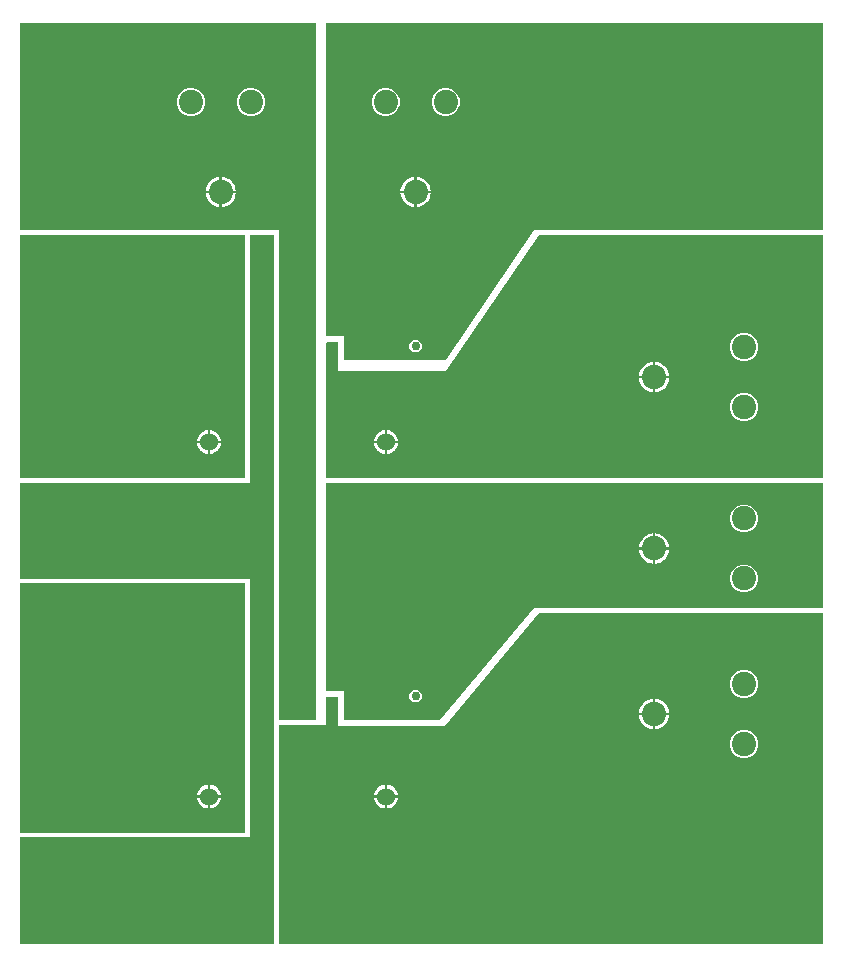
<source format=gbr>
G04 EAGLE Gerber RS-274X export*
G75*
%MOMM*%
%FSLAX34Y34*%
%LPD*%
%INCopper Layer 2*%
%IPPOS*%
%AMOC8*
5,1,8,0,0,1.08239X$1,22.5*%
G01*
%ADD10C,2.057400*%
%ADD11C,1.524000*%
%ADD12C,0.756400*%

G36*
X679348Y10162D02*
X679348Y10162D01*
X679357Y10161D01*
X679445Y10182D01*
X679535Y10200D01*
X679542Y10205D01*
X679550Y10207D01*
X679623Y10261D01*
X679699Y10313D01*
X679703Y10320D01*
X679710Y10325D01*
X679757Y10403D01*
X679806Y10480D01*
X679807Y10489D01*
X679812Y10496D01*
X679839Y10660D01*
X679839Y290000D01*
X679838Y290008D01*
X679839Y290017D01*
X679818Y290105D01*
X679800Y290195D01*
X679795Y290202D01*
X679793Y290210D01*
X679739Y290283D01*
X679687Y290359D01*
X679680Y290363D01*
X679675Y290370D01*
X679597Y290417D01*
X679520Y290466D01*
X679511Y290467D01*
X679504Y290472D01*
X679340Y290499D01*
X440000Y290499D01*
X439965Y290492D01*
X439930Y290494D01*
X439869Y290473D01*
X439805Y290460D01*
X439776Y290440D01*
X439743Y290428D01*
X439678Y290373D01*
X439641Y290347D01*
X439632Y290333D01*
X439616Y290320D01*
X359766Y194499D01*
X269499Y194499D01*
X269499Y219000D01*
X269498Y219008D01*
X269499Y219017D01*
X269478Y219105D01*
X269460Y219195D01*
X269455Y219202D01*
X269453Y219210D01*
X269399Y219283D01*
X269347Y219359D01*
X269340Y219363D01*
X269335Y219370D01*
X269257Y219417D01*
X269180Y219466D01*
X269171Y219467D01*
X269164Y219472D01*
X269000Y219499D01*
X260000Y219499D01*
X259992Y219498D01*
X259983Y219499D01*
X259895Y219478D01*
X259805Y219460D01*
X259798Y219455D01*
X259790Y219453D01*
X259717Y219399D01*
X259641Y219347D01*
X259637Y219340D01*
X259630Y219335D01*
X259583Y219257D01*
X259534Y219180D01*
X259533Y219171D01*
X259528Y219164D01*
X259501Y219000D01*
X259501Y195499D01*
X220000Y195499D01*
X219992Y195498D01*
X219983Y195499D01*
X219895Y195478D01*
X219805Y195460D01*
X219798Y195455D01*
X219790Y195453D01*
X219717Y195399D01*
X219641Y195347D01*
X219637Y195340D01*
X219630Y195335D01*
X219583Y195257D01*
X219534Y195180D01*
X219533Y195171D01*
X219528Y195164D01*
X219501Y195000D01*
X219501Y10660D01*
X219502Y10652D01*
X219501Y10643D01*
X219522Y10555D01*
X219540Y10465D01*
X219545Y10458D01*
X219547Y10450D01*
X219601Y10377D01*
X219653Y10301D01*
X219660Y10297D01*
X219665Y10290D01*
X219743Y10243D01*
X219820Y10194D01*
X219829Y10193D01*
X219836Y10188D01*
X220000Y10161D01*
X679340Y10161D01*
X679348Y10162D01*
G37*
G36*
X360058Y504513D02*
X360058Y504513D01*
X360117Y504515D01*
X360154Y504532D01*
X360195Y504540D01*
X360244Y504574D01*
X360297Y504599D01*
X360330Y504633D01*
X360359Y504653D01*
X360378Y504683D01*
X360413Y504719D01*
X435264Y614501D01*
X679340Y614501D01*
X679348Y614502D01*
X679357Y614501D01*
X679445Y614522D01*
X679535Y614540D01*
X679542Y614545D01*
X679550Y614547D01*
X679623Y614601D01*
X679699Y614653D01*
X679703Y614660D01*
X679710Y614665D01*
X679757Y614743D01*
X679806Y614820D01*
X679807Y614829D01*
X679812Y614836D01*
X679839Y615000D01*
X679839Y789340D01*
X679838Y789348D01*
X679839Y789357D01*
X679818Y789445D01*
X679800Y789535D01*
X679795Y789542D01*
X679793Y789550D01*
X679739Y789623D01*
X679687Y789699D01*
X679680Y789703D01*
X679675Y789710D01*
X679597Y789757D01*
X679520Y789806D01*
X679511Y789807D01*
X679504Y789812D01*
X679340Y789839D01*
X260000Y789839D01*
X259992Y789838D01*
X259983Y789839D01*
X259895Y789818D01*
X259805Y789800D01*
X259798Y789795D01*
X259790Y789793D01*
X259717Y789739D01*
X259641Y789687D01*
X259637Y789680D01*
X259630Y789675D01*
X259583Y789597D01*
X259534Y789520D01*
X259533Y789511D01*
X259528Y789504D01*
X259501Y789340D01*
X259501Y525000D01*
X259502Y524992D01*
X259501Y524983D01*
X259522Y524895D01*
X259540Y524805D01*
X259545Y524798D01*
X259547Y524790D01*
X259601Y524717D01*
X259653Y524641D01*
X259660Y524637D01*
X259665Y524630D01*
X259743Y524583D01*
X259820Y524534D01*
X259829Y524533D01*
X259836Y524528D01*
X260000Y524501D01*
X274501Y524501D01*
X274501Y505000D01*
X274502Y504992D01*
X274501Y504983D01*
X274522Y504895D01*
X274540Y504805D01*
X274545Y504798D01*
X274547Y504790D01*
X274601Y504717D01*
X274653Y504641D01*
X274660Y504637D01*
X274665Y504630D01*
X274743Y504583D01*
X274820Y504534D01*
X274829Y504533D01*
X274836Y504528D01*
X275000Y504501D01*
X360000Y504501D01*
X360058Y504513D01*
G37*
G36*
X679348Y404502D02*
X679348Y404502D01*
X679357Y404501D01*
X679445Y404522D01*
X679535Y404540D01*
X679542Y404545D01*
X679550Y404547D01*
X679623Y404601D01*
X679699Y404653D01*
X679703Y404660D01*
X679710Y404665D01*
X679757Y404743D01*
X679806Y404820D01*
X679807Y404829D01*
X679812Y404836D01*
X679839Y405000D01*
X679839Y610002D01*
X679838Y610011D01*
X679839Y610019D01*
X679818Y610107D01*
X679800Y610197D01*
X679795Y610204D01*
X679793Y610212D01*
X679739Y610286D01*
X679687Y610361D01*
X679680Y610366D01*
X679675Y610372D01*
X679596Y610419D01*
X679520Y610468D01*
X679511Y610470D01*
X679504Y610474D01*
X679340Y610502D01*
X439946Y610554D01*
X439942Y610553D01*
X439937Y610554D01*
X439844Y610533D01*
X439751Y610514D01*
X439747Y610512D01*
X439743Y610511D01*
X439665Y610455D01*
X439587Y610402D01*
X439585Y610398D01*
X439581Y610396D01*
X439532Y610315D01*
X439480Y610234D01*
X439479Y610230D01*
X439477Y610226D01*
X439463Y610132D01*
X439455Y610087D01*
X361161Y495249D01*
X269499Y495249D01*
X269499Y519000D01*
X269498Y519008D01*
X269499Y519017D01*
X269478Y519105D01*
X269460Y519195D01*
X269455Y519202D01*
X269453Y519210D01*
X269399Y519283D01*
X269347Y519359D01*
X269340Y519363D01*
X269335Y519370D01*
X269257Y519417D01*
X269180Y519466D01*
X269171Y519467D01*
X269164Y519472D01*
X269000Y519499D01*
X260000Y519499D01*
X259992Y519498D01*
X259983Y519499D01*
X259895Y519478D01*
X259805Y519460D01*
X259798Y519455D01*
X259790Y519453D01*
X259717Y519399D01*
X259641Y519347D01*
X259637Y519340D01*
X259630Y519335D01*
X259583Y519257D01*
X259534Y519180D01*
X259533Y519171D01*
X259528Y519164D01*
X259501Y519000D01*
X259501Y405000D01*
X259502Y404992D01*
X259501Y404983D01*
X259522Y404895D01*
X259540Y404805D01*
X259545Y404798D01*
X259547Y404790D01*
X259601Y404717D01*
X259653Y404641D01*
X259660Y404637D01*
X259665Y404630D01*
X259743Y404583D01*
X259820Y404534D01*
X259829Y404533D01*
X259836Y404528D01*
X260000Y404501D01*
X679340Y404501D01*
X679348Y404502D01*
G37*
G36*
X355033Y199508D02*
X355033Y199508D01*
X355067Y199505D01*
X355130Y199527D01*
X355195Y199540D01*
X355223Y199560D01*
X355255Y199571D01*
X355322Y199628D01*
X355359Y199653D01*
X355367Y199666D01*
X355382Y199678D01*
X435232Y294501D01*
X679340Y294501D01*
X679348Y294502D01*
X679357Y294501D01*
X679445Y294522D01*
X679535Y294540D01*
X679542Y294545D01*
X679550Y294547D01*
X679623Y294601D01*
X679699Y294653D01*
X679703Y294660D01*
X679710Y294665D01*
X679757Y294743D01*
X679806Y294820D01*
X679807Y294829D01*
X679812Y294836D01*
X679839Y295000D01*
X679839Y400000D01*
X679838Y400008D01*
X679839Y400017D01*
X679818Y400105D01*
X679800Y400195D01*
X679795Y400202D01*
X679793Y400210D01*
X679739Y400283D01*
X679687Y400359D01*
X679680Y400363D01*
X679675Y400370D01*
X679597Y400417D01*
X679520Y400466D01*
X679511Y400467D01*
X679504Y400472D01*
X679340Y400499D01*
X260000Y400499D01*
X259992Y400498D01*
X259983Y400499D01*
X259895Y400478D01*
X259805Y400460D01*
X259798Y400455D01*
X259790Y400453D01*
X259717Y400399D01*
X259641Y400347D01*
X259637Y400340D01*
X259630Y400335D01*
X259583Y400257D01*
X259534Y400180D01*
X259533Y400171D01*
X259528Y400164D01*
X259501Y400000D01*
X259501Y225000D01*
X259502Y224992D01*
X259501Y224983D01*
X259522Y224895D01*
X259540Y224805D01*
X259545Y224798D01*
X259547Y224790D01*
X259601Y224717D01*
X259653Y224641D01*
X259660Y224637D01*
X259665Y224630D01*
X259743Y224583D01*
X259820Y224534D01*
X259829Y224533D01*
X259836Y224528D01*
X260000Y224501D01*
X274501Y224501D01*
X274501Y200000D01*
X274502Y199992D01*
X274501Y199983D01*
X274522Y199895D01*
X274540Y199805D01*
X274545Y199798D01*
X274547Y199790D01*
X274601Y199717D01*
X274653Y199641D01*
X274660Y199637D01*
X274665Y199630D01*
X274743Y199583D01*
X274820Y199534D01*
X274829Y199533D01*
X274836Y199528D01*
X275000Y199501D01*
X355000Y199501D01*
X355033Y199508D01*
G37*
G36*
X250008Y199502D02*
X250008Y199502D01*
X250017Y199501D01*
X250105Y199522D01*
X250195Y199540D01*
X250202Y199545D01*
X250210Y199547D01*
X250283Y199601D01*
X250359Y199653D01*
X250363Y199660D01*
X250370Y199665D01*
X250417Y199743D01*
X250466Y199820D01*
X250467Y199829D01*
X250472Y199836D01*
X250499Y200000D01*
X250499Y789340D01*
X250498Y789348D01*
X250499Y789357D01*
X250478Y789445D01*
X250460Y789535D01*
X250455Y789542D01*
X250453Y789550D01*
X250399Y789623D01*
X250347Y789699D01*
X250340Y789703D01*
X250335Y789710D01*
X250257Y789757D01*
X250180Y789806D01*
X250171Y789807D01*
X250164Y789812D01*
X250000Y789839D01*
X660Y789839D01*
X652Y789838D01*
X643Y789839D01*
X555Y789818D01*
X465Y789800D01*
X458Y789795D01*
X450Y789793D01*
X377Y789739D01*
X301Y789687D01*
X297Y789680D01*
X290Y789675D01*
X243Y789597D01*
X194Y789520D01*
X193Y789511D01*
X188Y789504D01*
X161Y789340D01*
X161Y615000D01*
X162Y614992D01*
X161Y614983D01*
X182Y614895D01*
X200Y614805D01*
X205Y614798D01*
X207Y614790D01*
X261Y614717D01*
X313Y614641D01*
X320Y614637D01*
X325Y614630D01*
X403Y614583D01*
X480Y614534D01*
X489Y614533D01*
X496Y614528D01*
X660Y614501D01*
X219501Y614501D01*
X219501Y200000D01*
X219502Y199992D01*
X219501Y199983D01*
X219522Y199895D01*
X219540Y199805D01*
X219545Y199798D01*
X219547Y199790D01*
X219601Y199717D01*
X219653Y199641D01*
X219660Y199637D01*
X219665Y199630D01*
X219743Y199583D01*
X219820Y199534D01*
X219829Y199533D01*
X219836Y199528D01*
X220000Y199501D01*
X250000Y199501D01*
X250008Y199502D01*
G37*
G36*
X215008Y10162D02*
X215008Y10162D01*
X215017Y10161D01*
X215105Y10182D01*
X215195Y10200D01*
X215202Y10205D01*
X215210Y10207D01*
X215283Y10261D01*
X215359Y10313D01*
X215363Y10320D01*
X215370Y10325D01*
X215417Y10403D01*
X215466Y10480D01*
X215467Y10489D01*
X215472Y10496D01*
X215499Y10660D01*
X215499Y610000D01*
X215498Y610008D01*
X215499Y610017D01*
X215478Y610105D01*
X215460Y610195D01*
X215455Y610202D01*
X215453Y610210D01*
X215399Y610283D01*
X215347Y610359D01*
X215340Y610363D01*
X215335Y610370D01*
X215257Y610417D01*
X215180Y610466D01*
X215171Y610467D01*
X215164Y610472D01*
X215000Y610499D01*
X195000Y610499D01*
X194992Y610498D01*
X194983Y610499D01*
X194895Y610478D01*
X194805Y610460D01*
X194798Y610455D01*
X194790Y610453D01*
X194717Y610399D01*
X194641Y610347D01*
X194637Y610340D01*
X194630Y610335D01*
X194583Y610257D01*
X194534Y610180D01*
X194533Y610171D01*
X194528Y610164D01*
X194501Y610000D01*
X194501Y400499D01*
X660Y400499D01*
X652Y400498D01*
X643Y400499D01*
X555Y400478D01*
X465Y400460D01*
X458Y400455D01*
X450Y400453D01*
X377Y400399D01*
X301Y400347D01*
X297Y400340D01*
X290Y400335D01*
X243Y400257D01*
X194Y400180D01*
X193Y400171D01*
X188Y400164D01*
X161Y400000D01*
X161Y320000D01*
X162Y319992D01*
X161Y319983D01*
X182Y319895D01*
X200Y319805D01*
X205Y319798D01*
X207Y319790D01*
X261Y319717D01*
X313Y319641D01*
X320Y319637D01*
X325Y319630D01*
X403Y319583D01*
X480Y319534D01*
X489Y319533D01*
X496Y319528D01*
X660Y319501D01*
X194501Y319501D01*
X194501Y100499D01*
X660Y100499D01*
X652Y100498D01*
X643Y100499D01*
X555Y100478D01*
X465Y100460D01*
X458Y100455D01*
X450Y100453D01*
X377Y100399D01*
X301Y100347D01*
X297Y100340D01*
X290Y100335D01*
X243Y100257D01*
X194Y100180D01*
X193Y100171D01*
X188Y100164D01*
X161Y100000D01*
X161Y10660D01*
X162Y10652D01*
X161Y10643D01*
X182Y10555D01*
X200Y10465D01*
X205Y10458D01*
X207Y10450D01*
X261Y10377D01*
X313Y10301D01*
X320Y10297D01*
X325Y10290D01*
X403Y10243D01*
X480Y10194D01*
X489Y10193D01*
X496Y10188D01*
X660Y10161D01*
X215000Y10161D01*
X215008Y10162D01*
G37*
G36*
X190000Y104501D02*
X190000Y104501D01*
X190008Y104502D01*
X190017Y104501D01*
X190105Y104522D01*
X190195Y104540D01*
X190202Y104545D01*
X190210Y104547D01*
X190283Y104601D01*
X190359Y104653D01*
X190363Y104660D01*
X190370Y104665D01*
X190417Y104743D01*
X190466Y104820D01*
X190467Y104829D01*
X190472Y104836D01*
X190499Y105000D01*
X190499Y315000D01*
X190498Y315008D01*
X190499Y315017D01*
X190478Y315105D01*
X190460Y315195D01*
X190455Y315202D01*
X190453Y315210D01*
X190399Y315283D01*
X190347Y315359D01*
X190340Y315363D01*
X190335Y315370D01*
X190257Y315417D01*
X190180Y315466D01*
X190171Y315467D01*
X190164Y315472D01*
X190000Y315499D01*
X660Y315499D01*
X652Y315498D01*
X643Y315499D01*
X555Y315478D01*
X465Y315460D01*
X458Y315455D01*
X450Y315453D01*
X377Y315399D01*
X301Y315347D01*
X297Y315340D01*
X290Y315335D01*
X243Y315257D01*
X194Y315180D01*
X193Y315171D01*
X188Y315164D01*
X161Y315000D01*
X161Y105000D01*
X162Y104992D01*
X161Y104983D01*
X182Y104895D01*
X200Y104805D01*
X205Y104798D01*
X207Y104790D01*
X261Y104717D01*
X313Y104641D01*
X320Y104637D01*
X325Y104630D01*
X403Y104583D01*
X480Y104534D01*
X489Y104533D01*
X496Y104528D01*
X660Y104501D01*
X190000Y104501D01*
G37*
G36*
X190008Y404502D02*
X190008Y404502D01*
X190017Y404501D01*
X190105Y404522D01*
X190195Y404540D01*
X190202Y404545D01*
X190210Y404547D01*
X190283Y404601D01*
X190359Y404653D01*
X190363Y404660D01*
X190370Y404665D01*
X190417Y404743D01*
X190466Y404820D01*
X190467Y404829D01*
X190472Y404836D01*
X190499Y405000D01*
X190499Y610000D01*
X190498Y610008D01*
X190499Y610017D01*
X190478Y610105D01*
X190460Y610195D01*
X190455Y610202D01*
X190453Y610210D01*
X190399Y610283D01*
X190347Y610359D01*
X190340Y610363D01*
X190335Y610370D01*
X190257Y610417D01*
X190180Y610466D01*
X190171Y610467D01*
X190164Y610472D01*
X190000Y610499D01*
X660Y610499D01*
X652Y610498D01*
X643Y610499D01*
X555Y610478D01*
X465Y610460D01*
X458Y610455D01*
X450Y610453D01*
X377Y610399D01*
X301Y610347D01*
X297Y610340D01*
X290Y610335D01*
X243Y610257D01*
X194Y610180D01*
X193Y610171D01*
X188Y610164D01*
X161Y610000D01*
X161Y405000D01*
X162Y404992D01*
X161Y404983D01*
X182Y404895D01*
X200Y404805D01*
X205Y404798D01*
X207Y404790D01*
X261Y404717D01*
X313Y404641D01*
X320Y404637D01*
X325Y404630D01*
X403Y404583D01*
X480Y404534D01*
X489Y404533D01*
X496Y404528D01*
X660Y404501D01*
X190000Y404501D01*
X190008Y404502D01*
G37*
%LPC*%
G36*
X610850Y452788D02*
X610850Y452788D01*
X606509Y454586D01*
X603186Y457909D01*
X601388Y462250D01*
X601388Y466950D01*
X603186Y471291D01*
X606509Y474614D01*
X610850Y476412D01*
X615550Y476412D01*
X619891Y474614D01*
X623214Y471291D01*
X625012Y466950D01*
X625012Y462250D01*
X623214Y457909D01*
X619891Y454586D01*
X615550Y452788D01*
X610850Y452788D01*
G37*
%LPD*%
%LPC*%
G36*
X610850Y358588D02*
X610850Y358588D01*
X606509Y360386D01*
X603186Y363709D01*
X601388Y368050D01*
X601388Y372750D01*
X603186Y377091D01*
X606509Y380414D01*
X610850Y382212D01*
X615550Y382212D01*
X619891Y380414D01*
X623214Y377091D01*
X625012Y372750D01*
X625012Y368050D01*
X623214Y363709D01*
X619891Y360386D01*
X615550Y358588D01*
X610850Y358588D01*
G37*
%LPD*%
%LPC*%
G36*
X610850Y167788D02*
X610850Y167788D01*
X606509Y169586D01*
X603186Y172909D01*
X601388Y177250D01*
X601388Y181950D01*
X603186Y186291D01*
X606509Y189614D01*
X610850Y191412D01*
X615550Y191412D01*
X619891Y189614D01*
X623214Y186291D01*
X625012Y181950D01*
X625012Y177250D01*
X623214Y172909D01*
X619891Y169586D01*
X615550Y167788D01*
X610850Y167788D01*
G37*
%LPD*%
%LPC*%
G36*
X610850Y218588D02*
X610850Y218588D01*
X606509Y220386D01*
X603186Y223709D01*
X601388Y228050D01*
X601388Y232750D01*
X603186Y237091D01*
X606509Y240414D01*
X610850Y242212D01*
X615550Y242212D01*
X619891Y240414D01*
X623214Y237091D01*
X625012Y232750D01*
X625012Y228050D01*
X623214Y223709D01*
X619891Y220386D01*
X615550Y218588D01*
X610850Y218588D01*
G37*
%LPD*%
%LPC*%
G36*
X358050Y711388D02*
X358050Y711388D01*
X353709Y713186D01*
X350386Y716509D01*
X348588Y720850D01*
X348588Y725550D01*
X350386Y729891D01*
X353709Y733214D01*
X358050Y735012D01*
X362750Y735012D01*
X367091Y733214D01*
X370414Y729891D01*
X372212Y725550D01*
X372212Y720850D01*
X370414Y716509D01*
X367091Y713186D01*
X362750Y711388D01*
X358050Y711388D01*
G37*
%LPD*%
%LPC*%
G36*
X307250Y711388D02*
X307250Y711388D01*
X302909Y713186D01*
X299586Y716509D01*
X297788Y720850D01*
X297788Y725550D01*
X299586Y729891D01*
X302909Y733214D01*
X307250Y735012D01*
X311950Y735012D01*
X316291Y733214D01*
X319614Y729891D01*
X321412Y725550D01*
X321412Y720850D01*
X319614Y716509D01*
X316291Y713186D01*
X311950Y711388D01*
X307250Y711388D01*
G37*
%LPD*%
%LPC*%
G36*
X610850Y307788D02*
X610850Y307788D01*
X606509Y309586D01*
X603186Y312909D01*
X601388Y317250D01*
X601388Y321950D01*
X603186Y326291D01*
X606509Y329614D01*
X610850Y331412D01*
X615550Y331412D01*
X619891Y329614D01*
X623214Y326291D01*
X625012Y321950D01*
X625012Y317250D01*
X623214Y312909D01*
X619891Y309586D01*
X615550Y307788D01*
X610850Y307788D01*
G37*
%LPD*%
%LPC*%
G36*
X142250Y711388D02*
X142250Y711388D01*
X137909Y713186D01*
X134586Y716509D01*
X132788Y720850D01*
X132788Y725550D01*
X134586Y729891D01*
X137909Y733214D01*
X142250Y735012D01*
X146950Y735012D01*
X151291Y733214D01*
X154614Y729891D01*
X156412Y725550D01*
X156412Y720850D01*
X154614Y716509D01*
X151291Y713186D01*
X146950Y711388D01*
X142250Y711388D01*
G37*
%LPD*%
%LPC*%
G36*
X610850Y503588D02*
X610850Y503588D01*
X606509Y505386D01*
X603186Y508709D01*
X601388Y513050D01*
X601388Y517750D01*
X603186Y522091D01*
X606509Y525414D01*
X610850Y527212D01*
X615550Y527212D01*
X619891Y525414D01*
X623214Y522091D01*
X625012Y517750D01*
X625012Y513050D01*
X623214Y508709D01*
X619891Y505386D01*
X615550Y503588D01*
X610850Y503588D01*
G37*
%LPD*%
%LPC*%
G36*
X193050Y711388D02*
X193050Y711388D01*
X188709Y713186D01*
X185386Y716509D01*
X183588Y720850D01*
X183588Y725550D01*
X185386Y729891D01*
X188709Y733214D01*
X193050Y735012D01*
X197750Y735012D01*
X202091Y733214D01*
X205414Y729891D01*
X207212Y725550D01*
X207212Y720850D01*
X205414Y716509D01*
X202091Y713186D01*
X197750Y711388D01*
X193050Y711388D01*
G37*
%LPD*%
%LPC*%
G36*
X335999Y647999D02*
X335999Y647999D01*
X335999Y659828D01*
X336010Y659828D01*
X338004Y659512D01*
X339924Y658888D01*
X341723Y657971D01*
X343357Y656785D01*
X344785Y655357D01*
X345971Y653723D01*
X346888Y651924D01*
X347512Y650004D01*
X347828Y648010D01*
X347828Y647999D01*
X335999Y647999D01*
G37*
%LPD*%
%LPC*%
G36*
X170999Y647999D02*
X170999Y647999D01*
X170999Y659828D01*
X171010Y659828D01*
X173004Y659512D01*
X174924Y658888D01*
X176723Y657971D01*
X178357Y656785D01*
X179785Y655357D01*
X180971Y653723D01*
X181888Y651924D01*
X182512Y650004D01*
X182828Y648010D01*
X182828Y647999D01*
X170999Y647999D01*
G37*
%LPD*%
%LPC*%
G36*
X537999Y345999D02*
X537999Y345999D01*
X537999Y357828D01*
X538010Y357828D01*
X540004Y357512D01*
X541924Y356888D01*
X543723Y355971D01*
X545357Y354785D01*
X546785Y353357D01*
X547971Y351723D01*
X548888Y349924D01*
X549512Y348004D01*
X549828Y346010D01*
X549828Y345999D01*
X537999Y345999D01*
G37*
%LPD*%
%LPC*%
G36*
X537999Y205999D02*
X537999Y205999D01*
X537999Y217828D01*
X538010Y217828D01*
X540004Y217512D01*
X541924Y216888D01*
X543723Y215971D01*
X545357Y214785D01*
X546785Y213357D01*
X547971Y211723D01*
X548888Y209924D01*
X549512Y208004D01*
X549828Y206010D01*
X549828Y205999D01*
X537999Y205999D01*
G37*
%LPD*%
%LPC*%
G36*
X537999Y490999D02*
X537999Y490999D01*
X537999Y502828D01*
X538010Y502828D01*
X540004Y502512D01*
X541924Y501888D01*
X543723Y500971D01*
X545357Y499785D01*
X546785Y498357D01*
X547971Y496723D01*
X548888Y494924D01*
X549512Y493004D01*
X549828Y491010D01*
X549828Y490999D01*
X537999Y490999D01*
G37*
%LPD*%
%LPC*%
G36*
X537999Y192172D02*
X537999Y192172D01*
X537999Y204001D01*
X549828Y204001D01*
X549828Y203990D01*
X549512Y201996D01*
X548888Y200076D01*
X547971Y198277D01*
X546785Y196643D01*
X545357Y195215D01*
X543723Y194029D01*
X541924Y193112D01*
X540004Y192488D01*
X538010Y192172D01*
X537999Y192172D01*
G37*
%LPD*%
%LPC*%
G36*
X537999Y477172D02*
X537999Y477172D01*
X537999Y489001D01*
X549828Y489001D01*
X549828Y488990D01*
X549512Y486996D01*
X548888Y485076D01*
X547971Y483277D01*
X546785Y481643D01*
X545357Y480215D01*
X543723Y479029D01*
X541924Y478112D01*
X540004Y477488D01*
X538010Y477172D01*
X537999Y477172D01*
G37*
%LPD*%
%LPC*%
G36*
X524172Y205999D02*
X524172Y205999D01*
X524172Y206010D01*
X524488Y208004D01*
X525112Y209924D01*
X526029Y211723D01*
X527215Y213357D01*
X528643Y214785D01*
X530277Y215971D01*
X532076Y216888D01*
X533996Y217512D01*
X535990Y217828D01*
X536001Y217828D01*
X536001Y205999D01*
X524172Y205999D01*
G37*
%LPD*%
%LPC*%
G36*
X157172Y647999D02*
X157172Y647999D01*
X157172Y648010D01*
X157488Y650004D01*
X158112Y651924D01*
X159029Y653723D01*
X160215Y655357D01*
X161643Y656785D01*
X163277Y657971D01*
X165076Y658888D01*
X166996Y659512D01*
X168990Y659828D01*
X169001Y659828D01*
X169001Y647999D01*
X157172Y647999D01*
G37*
%LPD*%
%LPC*%
G36*
X335999Y634172D02*
X335999Y634172D01*
X335999Y646001D01*
X347828Y646001D01*
X347828Y645990D01*
X347512Y643996D01*
X346888Y642076D01*
X345971Y640277D01*
X344785Y638643D01*
X343357Y637215D01*
X341723Y636029D01*
X339924Y635112D01*
X338004Y634488D01*
X336010Y634172D01*
X335999Y634172D01*
G37*
%LPD*%
%LPC*%
G36*
X537999Y332172D02*
X537999Y332172D01*
X537999Y344001D01*
X549828Y344001D01*
X549828Y343990D01*
X549512Y341996D01*
X548888Y340076D01*
X547971Y338277D01*
X546785Y336643D01*
X545357Y335215D01*
X543723Y334029D01*
X541924Y333112D01*
X540004Y332488D01*
X538010Y332172D01*
X537999Y332172D01*
G37*
%LPD*%
%LPC*%
G36*
X524172Y345999D02*
X524172Y345999D01*
X524172Y346010D01*
X524488Y348004D01*
X525112Y349924D01*
X526029Y351723D01*
X527215Y353357D01*
X528643Y354785D01*
X530277Y355971D01*
X532076Y356888D01*
X533996Y357512D01*
X535990Y357828D01*
X536001Y357828D01*
X536001Y345999D01*
X524172Y345999D01*
G37*
%LPD*%
%LPC*%
G36*
X170999Y634172D02*
X170999Y634172D01*
X170999Y646001D01*
X182828Y646001D01*
X182828Y645990D01*
X182512Y643996D01*
X181888Y642076D01*
X180971Y640277D01*
X179785Y638643D01*
X178357Y637215D01*
X176723Y636029D01*
X174924Y635112D01*
X173004Y634488D01*
X171010Y634172D01*
X170999Y634172D01*
G37*
%LPD*%
%LPC*%
G36*
X322172Y647999D02*
X322172Y647999D01*
X322172Y648010D01*
X322488Y650004D01*
X323112Y651924D01*
X324029Y653723D01*
X325215Y655357D01*
X326643Y656785D01*
X328277Y657971D01*
X330076Y658888D01*
X331996Y659512D01*
X333990Y659828D01*
X334001Y659828D01*
X334001Y647999D01*
X322172Y647999D01*
G37*
%LPD*%
%LPC*%
G36*
X524172Y490999D02*
X524172Y490999D01*
X524172Y491010D01*
X524488Y493004D01*
X525112Y494924D01*
X526029Y496723D01*
X527215Y498357D01*
X528643Y499785D01*
X530277Y500971D01*
X532076Y501888D01*
X533996Y502512D01*
X535990Y502828D01*
X536001Y502828D01*
X536001Y490999D01*
X524172Y490999D01*
G37*
%LPD*%
%LPC*%
G36*
X535990Y332172D02*
X535990Y332172D01*
X533996Y332488D01*
X532076Y333112D01*
X530277Y334029D01*
X528643Y335215D01*
X527215Y336643D01*
X526029Y338277D01*
X525112Y340076D01*
X524488Y341996D01*
X524172Y343990D01*
X524172Y344001D01*
X536001Y344001D01*
X536001Y332172D01*
X535990Y332172D01*
G37*
%LPD*%
%LPC*%
G36*
X535990Y477172D02*
X535990Y477172D01*
X533996Y477488D01*
X532076Y478112D01*
X530277Y479029D01*
X528643Y480215D01*
X527215Y481643D01*
X526029Y483277D01*
X525112Y485076D01*
X524488Y486996D01*
X524172Y488990D01*
X524172Y489001D01*
X536001Y489001D01*
X536001Y477172D01*
X535990Y477172D01*
G37*
%LPD*%
%LPC*%
G36*
X168990Y634172D02*
X168990Y634172D01*
X166996Y634488D01*
X165076Y635112D01*
X163277Y636029D01*
X161643Y637215D01*
X160215Y638643D01*
X159029Y640277D01*
X158112Y642076D01*
X157488Y643996D01*
X157172Y645990D01*
X157172Y646001D01*
X169001Y646001D01*
X169001Y634172D01*
X168990Y634172D01*
G37*
%LPD*%
%LPC*%
G36*
X333990Y634172D02*
X333990Y634172D01*
X331996Y634488D01*
X330076Y635112D01*
X328277Y636029D01*
X326643Y637215D01*
X325215Y638643D01*
X324029Y640277D01*
X323112Y642076D01*
X322488Y643996D01*
X322172Y645990D01*
X322172Y646001D01*
X334001Y646001D01*
X334001Y634172D01*
X333990Y634172D01*
G37*
%LPD*%
%LPC*%
G36*
X535990Y192172D02*
X535990Y192172D01*
X533996Y192488D01*
X532076Y193112D01*
X530277Y194029D01*
X528643Y195215D01*
X527215Y196643D01*
X526029Y198277D01*
X525112Y200076D01*
X524488Y201996D01*
X524172Y203990D01*
X524172Y204001D01*
X536001Y204001D01*
X536001Y192172D01*
X535990Y192172D01*
G37*
%LPD*%
%LPC*%
G36*
X332802Y510993D02*
X332802Y510993D01*
X329693Y514102D01*
X329693Y518498D01*
X332802Y521607D01*
X337198Y521607D01*
X340307Y518498D01*
X340307Y514102D01*
X337198Y510993D01*
X332802Y510993D01*
G37*
%LPD*%
%LPC*%
G36*
X332802Y214693D02*
X332802Y214693D01*
X329693Y217802D01*
X329693Y222198D01*
X332802Y225307D01*
X337198Y225307D01*
X340307Y222198D01*
X340307Y217802D01*
X337198Y214693D01*
X332802Y214693D01*
G37*
%LPD*%
%LPC*%
G36*
X310999Y435999D02*
X310999Y435999D01*
X310999Y445129D01*
X312379Y444911D01*
X313900Y444416D01*
X315325Y443690D01*
X316619Y442750D01*
X317750Y441619D01*
X318690Y440325D01*
X319416Y438900D01*
X319911Y437379D01*
X320129Y435999D01*
X310999Y435999D01*
G37*
%LPD*%
%LPC*%
G36*
X310999Y135999D02*
X310999Y135999D01*
X310999Y145129D01*
X312379Y144911D01*
X313900Y144416D01*
X315325Y143690D01*
X316619Y142750D01*
X317750Y141619D01*
X318690Y140325D01*
X319416Y138900D01*
X319911Y137379D01*
X320129Y135999D01*
X310999Y135999D01*
G37*
%LPD*%
%LPC*%
G36*
X160999Y135999D02*
X160999Y135999D01*
X160999Y145129D01*
X162379Y144911D01*
X163900Y144416D01*
X165325Y143690D01*
X166619Y142750D01*
X167750Y141619D01*
X168690Y140325D01*
X169416Y138900D01*
X169911Y137379D01*
X170129Y135999D01*
X160999Y135999D01*
G37*
%LPD*%
%LPC*%
G36*
X160999Y435999D02*
X160999Y435999D01*
X160999Y445129D01*
X162379Y444911D01*
X163900Y444416D01*
X165325Y443690D01*
X166619Y442750D01*
X167750Y441619D01*
X168690Y440325D01*
X169416Y438900D01*
X169911Y437379D01*
X170129Y435999D01*
X160999Y435999D01*
G37*
%LPD*%
%LPC*%
G36*
X149871Y435999D02*
X149871Y435999D01*
X150089Y437379D01*
X150584Y438900D01*
X151310Y440325D01*
X152250Y441619D01*
X153381Y442750D01*
X154675Y443690D01*
X156100Y444416D01*
X157621Y444911D01*
X159001Y445129D01*
X159001Y435999D01*
X149871Y435999D01*
G37*
%LPD*%
%LPC*%
G36*
X160999Y434001D02*
X160999Y434001D01*
X170129Y434001D01*
X169911Y432621D01*
X169416Y431100D01*
X168690Y429675D01*
X167750Y428381D01*
X166619Y427250D01*
X165325Y426310D01*
X163900Y425584D01*
X162379Y425089D01*
X160999Y424871D01*
X160999Y434001D01*
G37*
%LPD*%
%LPC*%
G36*
X299871Y135999D02*
X299871Y135999D01*
X300089Y137379D01*
X300584Y138900D01*
X301310Y140325D01*
X302250Y141619D01*
X303381Y142750D01*
X304675Y143690D01*
X306100Y144416D01*
X307621Y144911D01*
X309001Y145129D01*
X309001Y135999D01*
X299871Y135999D01*
G37*
%LPD*%
%LPC*%
G36*
X160999Y134001D02*
X160999Y134001D01*
X170129Y134001D01*
X169911Y132621D01*
X169416Y131100D01*
X168690Y129675D01*
X167750Y128381D01*
X166619Y127250D01*
X165325Y126310D01*
X163900Y125584D01*
X162379Y125089D01*
X160999Y124871D01*
X160999Y134001D01*
G37*
%LPD*%
%LPC*%
G36*
X149871Y135999D02*
X149871Y135999D01*
X150089Y137379D01*
X150584Y138900D01*
X151310Y140325D01*
X152250Y141619D01*
X153381Y142750D01*
X154675Y143690D01*
X156100Y144416D01*
X157621Y144911D01*
X159001Y145129D01*
X159001Y135999D01*
X149871Y135999D01*
G37*
%LPD*%
%LPC*%
G36*
X310999Y434001D02*
X310999Y434001D01*
X320129Y434001D01*
X319911Y432621D01*
X319416Y431100D01*
X318690Y429675D01*
X317750Y428381D01*
X316619Y427250D01*
X315325Y426310D01*
X313900Y425584D01*
X312379Y425089D01*
X310999Y424871D01*
X310999Y434001D01*
G37*
%LPD*%
%LPC*%
G36*
X310999Y134001D02*
X310999Y134001D01*
X320129Y134001D01*
X319911Y132621D01*
X319416Y131100D01*
X318690Y129675D01*
X317750Y128381D01*
X316619Y127250D01*
X315325Y126310D01*
X313900Y125584D01*
X312379Y125089D01*
X310999Y124871D01*
X310999Y134001D01*
G37*
%LPD*%
%LPC*%
G36*
X299871Y435999D02*
X299871Y435999D01*
X300089Y437379D01*
X300584Y438900D01*
X301310Y440325D01*
X302250Y441619D01*
X303381Y442750D01*
X304675Y443690D01*
X306100Y444416D01*
X307621Y444911D01*
X309001Y445129D01*
X309001Y435999D01*
X299871Y435999D01*
G37*
%LPD*%
%LPC*%
G36*
X307621Y125089D02*
X307621Y125089D01*
X306100Y125584D01*
X304675Y126310D01*
X303381Y127250D01*
X302250Y128381D01*
X301310Y129675D01*
X300584Y131100D01*
X300089Y132621D01*
X299871Y134001D01*
X309001Y134001D01*
X309001Y124871D01*
X307621Y125089D01*
G37*
%LPD*%
%LPC*%
G36*
X157621Y125089D02*
X157621Y125089D01*
X156100Y125584D01*
X154675Y126310D01*
X153381Y127250D01*
X152250Y128381D01*
X151310Y129675D01*
X150584Y131100D01*
X150089Y132621D01*
X149871Y134001D01*
X159001Y134001D01*
X159001Y124871D01*
X157621Y125089D01*
G37*
%LPD*%
%LPC*%
G36*
X307621Y425089D02*
X307621Y425089D01*
X306100Y425584D01*
X304675Y426310D01*
X303381Y427250D01*
X302250Y428381D01*
X301310Y429675D01*
X300584Y431100D01*
X300089Y432621D01*
X299871Y434001D01*
X309001Y434001D01*
X309001Y424871D01*
X307621Y425089D01*
G37*
%LPD*%
%LPC*%
G36*
X157621Y425089D02*
X157621Y425089D01*
X156100Y425584D01*
X154675Y426310D01*
X153381Y427250D01*
X152250Y428381D01*
X151310Y429675D01*
X150584Y431100D01*
X150089Y432621D01*
X149871Y434001D01*
X159001Y434001D01*
X159001Y424871D01*
X157621Y425089D01*
G37*
%LPD*%
%LPC*%
G36*
X536999Y204999D02*
X536999Y204999D01*
X536999Y205001D01*
X537001Y205001D01*
X537001Y204999D01*
X536999Y204999D01*
G37*
%LPD*%
%LPC*%
G36*
X159999Y434999D02*
X159999Y434999D01*
X159999Y435001D01*
X160001Y435001D01*
X160001Y434999D01*
X159999Y434999D01*
G37*
%LPD*%
%LPC*%
G36*
X536999Y489999D02*
X536999Y489999D01*
X536999Y490001D01*
X537001Y490001D01*
X537001Y489999D01*
X536999Y489999D01*
G37*
%LPD*%
%LPC*%
G36*
X159999Y134999D02*
X159999Y134999D01*
X159999Y135001D01*
X160001Y135001D01*
X160001Y134999D01*
X159999Y134999D01*
G37*
%LPD*%
%LPC*%
G36*
X309999Y134999D02*
X309999Y134999D01*
X309999Y135001D01*
X310001Y135001D01*
X310001Y134999D01*
X309999Y134999D01*
G37*
%LPD*%
%LPC*%
G36*
X169999Y646999D02*
X169999Y646999D01*
X169999Y647001D01*
X170001Y647001D01*
X170001Y646999D01*
X169999Y646999D01*
G37*
%LPD*%
%LPC*%
G36*
X536999Y344999D02*
X536999Y344999D01*
X536999Y345001D01*
X537001Y345001D01*
X537001Y344999D01*
X536999Y344999D01*
G37*
%LPD*%
%LPC*%
G36*
X334999Y646999D02*
X334999Y646999D01*
X334999Y647001D01*
X335001Y647001D01*
X335001Y646999D01*
X334999Y646999D01*
G37*
%LPD*%
%LPC*%
G36*
X309999Y434999D02*
X309999Y434999D01*
X309999Y435001D01*
X310001Y435001D01*
X310001Y434999D01*
X309999Y434999D01*
G37*
%LPD*%
D10*
X170000Y647000D03*
X144600Y723200D03*
X195400Y723200D03*
X335000Y647000D03*
X309600Y723200D03*
X360400Y723200D03*
X537000Y205000D03*
X613200Y230400D03*
X613200Y179600D03*
X537000Y490000D03*
X613200Y515400D03*
X613200Y464600D03*
X537000Y345000D03*
X613200Y370400D03*
X613200Y319600D03*
D11*
X160000Y435000D03*
X310000Y435000D03*
X160000Y135000D03*
X310000Y135000D03*
D12*
X70000Y660000D03*
X70000Y720000D03*
X190000Y665000D03*
X150000Y665000D03*
X190000Y630000D03*
X225000Y655000D03*
X225000Y675000D03*
X225000Y690000D03*
X225000Y715000D03*
X225000Y730000D03*
X225000Y750000D03*
X230000Y385000D03*
X229000Y331000D03*
X150000Y630000D03*
X285000Y750000D03*
X285000Y730000D03*
X285000Y715000D03*
X285000Y690000D03*
X285000Y675000D03*
X285000Y655000D03*
X270000Y616000D03*
X315000Y665000D03*
X315000Y625000D03*
X355000Y665000D03*
X355000Y625000D03*
X390000Y660000D03*
X390000Y720000D03*
X510000Y720000D03*
X510000Y660000D03*
X630000Y660000D03*
X630000Y720000D03*
X290000Y370000D03*
X270000Y330000D03*
X390000Y370000D03*
X390000Y320000D03*
X390000Y270000D03*
X210000Y60000D03*
X140000Y60000D03*
X70000Y60000D03*
X460000Y370000D03*
X480000Y370000D03*
X495000Y370000D03*
X515000Y370000D03*
X530000Y370000D03*
X550000Y370000D03*
X460000Y320000D03*
X480000Y320000D03*
X495000Y320000D03*
X515000Y320000D03*
X530000Y320000D03*
X550000Y320000D03*
X205000Y325000D03*
X185000Y350000D03*
X185000Y370000D03*
X205000Y390000D03*
X140000Y360000D03*
X70000Y360000D03*
X575000Y365000D03*
X575000Y320000D03*
X335000Y516300D03*
X270000Y470000D03*
X480000Y430000D03*
X460000Y430000D03*
X330000Y420000D03*
X290000Y420000D03*
X270000Y420000D03*
X270000Y450000D03*
X290000Y455000D03*
X330000Y480000D03*
X330000Y455000D03*
X480000Y570000D03*
X580000Y570000D03*
X660000Y570000D03*
X480000Y510000D03*
X515000Y510000D03*
X560000Y510000D03*
X515000Y470000D03*
X560000Y470000D03*
X495000Y430000D03*
X515000Y430000D03*
X530000Y430000D03*
X550000Y430000D03*
X565000Y430000D03*
X585000Y430000D03*
X171000Y601000D03*
X150000Y570000D03*
X70000Y570000D03*
X150000Y510000D03*
X70000Y450000D03*
X140000Y455000D03*
X140000Y420000D03*
X180000Y455000D03*
X180000Y420000D03*
X335000Y220000D03*
X266000Y186000D03*
X240000Y180000D03*
X240000Y120000D03*
X270000Y150000D03*
X270000Y120000D03*
X300000Y180000D03*
X290000Y155000D03*
X290000Y115000D03*
X330000Y115000D03*
X330000Y155000D03*
X460000Y260000D03*
X480000Y260000D03*
X495000Y260000D03*
X515000Y260000D03*
X530000Y260000D03*
X550000Y260000D03*
X565000Y260000D03*
X585000Y260000D03*
X480000Y225000D03*
X515000Y225000D03*
X560000Y225000D03*
X515000Y185000D03*
X560000Y185000D03*
X480000Y150000D03*
X650000Y150000D03*
X570000Y70000D03*
X480000Y70000D03*
X650000Y70000D03*
X170000Y305000D03*
X70000Y270000D03*
X150000Y270000D03*
X150000Y210000D03*
X70000Y210000D03*
X70000Y150000D03*
X140000Y155000D03*
X140000Y120000D03*
X180000Y155000D03*
X180000Y120000D03*
M02*

</source>
